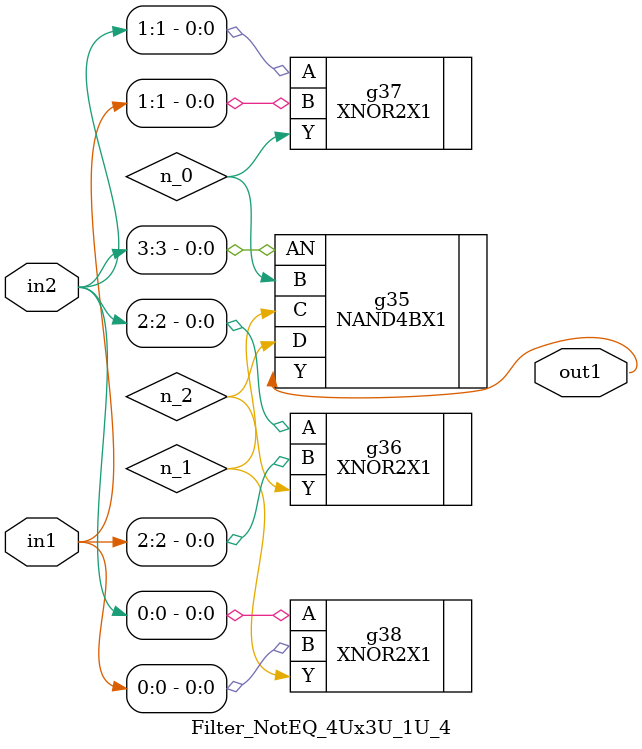
<source format=v>
`timescale 1ps / 1ps


module Filter_NotEQ_4Ux3U_1U_4(in2, in1, out1);
  input [3:0] in2;
  input [2:0] in1;
  output out1;
  wire [3:0] in2;
  wire [2:0] in1;
  wire out1;
  wire n_0, n_1, n_2;
  NAND4BX1 g35(.AN (in2[3]), .B (n_0), .C (n_1), .D (n_2), .Y (out1));
  XNOR2X1 g36(.A (in2[2]), .B (in1[2]), .Y (n_2));
  XNOR2X1 g38(.A (in2[0]), .B (in1[0]), .Y (n_1));
  XNOR2X1 g37(.A (in2[1]), .B (in1[1]), .Y (n_0));
endmodule



</source>
